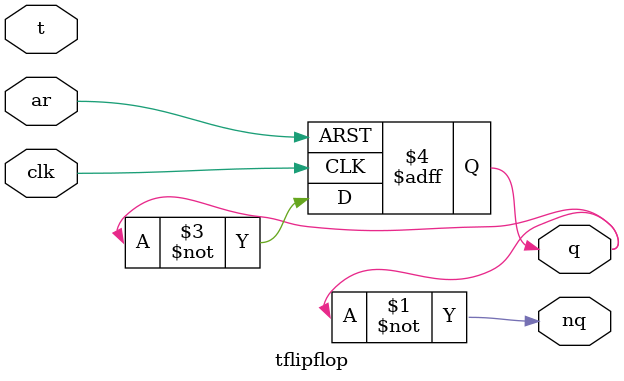
<source format=v>
`ifndef T_FLIP_FLOP
`define T_FLIP_FLOP

module tflipflop(
	input wire clk,
	input wire t,
	input wire ar,
	output reg q,
	output wire nq
);

	assign nq = ~q;

	always @(posedge ar, posedge clk)
		if (ar)
			q <= 1'b0;
		else
			q <= ~q;

endmodule

`endif
</source>
